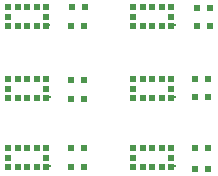
<source format=gbr>
G04 #@! TF.FileFunction,Paste,Top*
%FSLAX46Y46*%
G04 Gerber Fmt 4.6, Leading zero omitted, Abs format (unit mm)*
G04 Created by KiCad (PCBNEW 4.0.7-e2-6376~58~ubuntu16.04.1) date Tue Jul 31 21:03:08 2018*
%MOMM*%
%LPD*%
G01*
G04 APERTURE LIST*
%ADD10C,0.100000*%
%ADD11R,0.500000X0.500000*%
%ADD12R,0.250000X0.250000*%
%ADD13R,0.600000X0.500000*%
G04 APERTURE END LIST*
D10*
D11*
X148560000Y-104900000D03*
X147760000Y-104900000D03*
X146960000Y-104900000D03*
X146160000Y-104900000D03*
X145360000Y-104900000D03*
X145360000Y-104100000D03*
X145360000Y-103300000D03*
X146160000Y-103300000D03*
X146960000Y-103300000D03*
X147760000Y-103300000D03*
X148560000Y-103300000D03*
X148560000Y-104100000D03*
D12*
X148860000Y-104775000D03*
D13*
X150620000Y-105030000D03*
X151720000Y-105030000D03*
X150620000Y-103300000D03*
X151720000Y-103300000D03*
X150550000Y-98950000D03*
X151650000Y-98950000D03*
X150550000Y-97450000D03*
X151650000Y-97450000D03*
X150730000Y-92950000D03*
X151830000Y-92950000D03*
X140100000Y-104890000D03*
X141200000Y-104890000D03*
X150730000Y-91370000D03*
X151830000Y-91370000D03*
X140080000Y-103290000D03*
X141180000Y-103290000D03*
X140090000Y-99080000D03*
X141190000Y-99080000D03*
X140130000Y-92940000D03*
X141230000Y-92940000D03*
X140090000Y-97480000D03*
X141190000Y-97480000D03*
X140140000Y-91340000D03*
X141240000Y-91340000D03*
D11*
X148560000Y-99040000D03*
X147760000Y-99040000D03*
X146960000Y-99040000D03*
X146160000Y-99040000D03*
X145360000Y-99040000D03*
X145360000Y-98240000D03*
X145360000Y-97440000D03*
X146160000Y-97440000D03*
X146960000Y-97440000D03*
X147760000Y-97440000D03*
X148560000Y-97440000D03*
X148560000Y-98240000D03*
D12*
X148860000Y-98915000D03*
D11*
X148560000Y-92950000D03*
X147760000Y-92950000D03*
X146960000Y-92950000D03*
X146160000Y-92950000D03*
X145360000Y-92950000D03*
X145360000Y-92150000D03*
X145360000Y-91350000D03*
X146160000Y-91350000D03*
X146960000Y-91350000D03*
X147760000Y-91350000D03*
X148560000Y-91350000D03*
X148560000Y-92150000D03*
D12*
X148860000Y-92825000D03*
D11*
X137990000Y-104890000D03*
X137190000Y-104890000D03*
X136390000Y-104890000D03*
X135590000Y-104890000D03*
X134790000Y-104890000D03*
X134790000Y-104090000D03*
X134790000Y-103290000D03*
X135590000Y-103290000D03*
X136390000Y-103290000D03*
X137190000Y-103290000D03*
X137990000Y-103290000D03*
X137990000Y-104090000D03*
D12*
X138290000Y-104765000D03*
D11*
X137990000Y-99040000D03*
X137190000Y-99040000D03*
X136390000Y-99040000D03*
X135590000Y-99040000D03*
X134790000Y-99040000D03*
X134790000Y-98240000D03*
X134790000Y-97440000D03*
X135590000Y-97440000D03*
X136390000Y-97440000D03*
X137190000Y-97440000D03*
X137990000Y-97440000D03*
X137990000Y-98240000D03*
D12*
X138290000Y-98915000D03*
D11*
X137970000Y-92950000D03*
X137170000Y-92950000D03*
X136370000Y-92950000D03*
X135570000Y-92950000D03*
X134770000Y-92950000D03*
X134770000Y-92150000D03*
X134770000Y-91350000D03*
X135570000Y-91350000D03*
X136370000Y-91350000D03*
X137170000Y-91350000D03*
X137970000Y-91350000D03*
X137970000Y-92150000D03*
D12*
X138270000Y-92825000D03*
M02*

</source>
